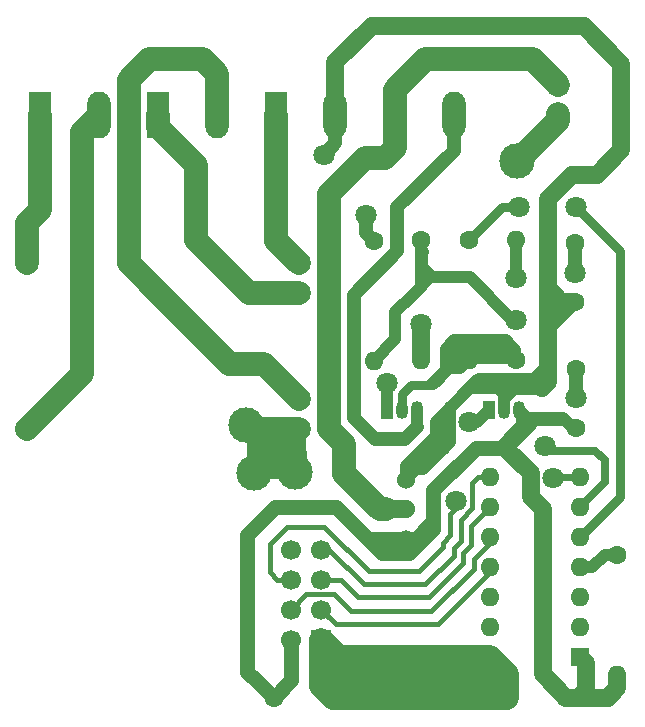
<source format=gtl>
%TF.GenerationSoftware,KiCad,Pcbnew,7.0.1*%
%TF.CreationDate,2023-05-21T03:30:21+02:00*%
%TF.ProjectId,Auto_plant_Backup,4175746f-5f70-46c6-916e-745f4261636b,rev?*%
%TF.SameCoordinates,Original*%
%TF.FileFunction,Copper,L1,Top*%
%TF.FilePolarity,Positive*%
%FSLAX46Y46*%
G04 Gerber Fmt 4.6, Leading zero omitted, Abs format (unit mm)*
G04 Created by KiCad (PCBNEW 7.0.1) date 2023-05-21 03:30:21*
%MOMM*%
%LPD*%
G01*
G04 APERTURE LIST*
%TA.AperFunction,ComponentPad*%
%ADD10R,1.600000X1.600000*%
%TD*%
%TA.AperFunction,ComponentPad*%
%ADD11C,1.600000*%
%TD*%
%TA.AperFunction,ComponentPad*%
%ADD12O,1.980000X3.960000*%
%TD*%
%TA.AperFunction,ComponentPad*%
%ADD13R,1.980000X3.960000*%
%TD*%
%TA.AperFunction,ComponentPad*%
%ADD14O,1.600000X1.600000*%
%TD*%
%TA.AperFunction,ComponentPad*%
%ADD15C,1.524000*%
%TD*%
%TA.AperFunction,ComponentPad*%
%ADD16R,1.700000X1.700000*%
%TD*%
%TA.AperFunction,ComponentPad*%
%ADD17C,1.700000*%
%TD*%
%TA.AperFunction,ComponentPad*%
%ADD18R,1.050000X1.500000*%
%TD*%
%TA.AperFunction,ComponentPad*%
%ADD19O,1.050000X1.500000*%
%TD*%
%TA.AperFunction,ComponentPad*%
%ADD20C,2.000000*%
%TD*%
%TA.AperFunction,ViaPad*%
%ADD21C,3.000000*%
%TD*%
%TA.AperFunction,ViaPad*%
%ADD22C,1.800000*%
%TD*%
%TA.AperFunction,Conductor*%
%ADD23C,1.200000*%
%TD*%
%TA.AperFunction,Conductor*%
%ADD24C,0.800000*%
%TD*%
%TA.AperFunction,Conductor*%
%ADD25C,0.400000*%
%TD*%
%TA.AperFunction,Conductor*%
%ADD26C,2.000000*%
%TD*%
%TA.AperFunction,Conductor*%
%ADD27C,1.000000*%
%TD*%
%TA.AperFunction,Conductor*%
%ADD28C,1.500000*%
%TD*%
%TA.AperFunction,Conductor*%
%ADD29C,1.300000*%
%TD*%
%TA.AperFunction,Conductor*%
%ADD30C,0.700000*%
%TD*%
%TA.AperFunction,Conductor*%
%ADD31C,0.000000*%
%TD*%
%TA.AperFunction,Conductor*%
%ADD32C,1.800000*%
%TD*%
%TA.AperFunction,Conductor*%
%ADD33C,0.200000*%
%TD*%
%TA.AperFunction,Conductor*%
%ADD34C,0.600000*%
%TD*%
G04 APERTURE END LIST*
D10*
%TO.P,22uf,1*%
%TO.N,P_OUT*%
X164800000Y-71117621D03*
D11*
%TO.P,22uf,2*%
%TO.N,GND*%
X164800000Y-73617621D03*
%TD*%
D12*
%TO.P,+,2,Pin_2*%
%TO.N,Net-(J4-Pin_2)*%
X156000000Y-73660000D03*
D13*
%TO.P,+,1,Pin_1*%
%TO.N,P_OUT*%
X151000000Y-73660000D03*
%TD*%
%TO.P,+,1,Pin_1*%
%TO.N,Net-(J3-Pin_2)*%
X141000000Y-73660000D03*
D12*
%TO.P,+,2,Pin_2*%
%TO.N,BAT_V*%
X146000000Y-73660000D03*
%TD*%
%TO.P,+,2,Pin_2*%
%TO.N,Net-(J2-Pin_1)*%
X136000000Y-73660000D03*
D13*
%TO.P,+,1,Pin_1*%
%TO.N,Net-(J3-Pin_1)*%
X131000000Y-73660000D03*
%TD*%
D12*
%TO.P,-,2,Pin_2*%
%TO.N,Net-(J1-Pin_1)*%
X126000000Y-73660000D03*
D13*
%TO.P,-,1,Pin_1*%
%TO.N,Net-(J1-Pin_2)*%
X121000000Y-73660000D03*
%TD*%
D11*
%TO.P,2.7,1*%
%TO.N,BAT_V*%
X149225000Y-84328000D03*
D14*
%TO.P,2.7,2*%
%TO.N,PA1*%
X149225000Y-94488000D03*
%TD*%
D11*
%TO.P,C4,1*%
%TO.N,+3.3V*%
X165517200Y-123037600D03*
%TO.P,C4,2*%
%TO.N,GND*%
X160517200Y-123037600D03*
%TD*%
D15*
%TO.P,SW2,1,A*%
%TO.N,+3.3V*%
X151942800Y-109571800D03*
%TO.P,SW2,2,B*%
%TO.N,P_OUT*%
X151942800Y-107071800D03*
%TO.P,SW2,3,C*%
%TO.N,BAT_V*%
X151942800Y-104571800D03*
%TD*%
D16*
%TO.P,NRF24L01,1,GND*%
%TO.N,GND*%
X144780000Y-118110000D03*
D17*
%TO.P,NRF24L01,2,VCC*%
%TO.N,+3.3V*%
X142240000Y-118110000D03*
%TO.P,NRF24L01,3,CE*%
%TO.N,/CE*%
X144780000Y-115570000D03*
%TO.P,NRF24L01,4,~{CSN}*%
%TO.N,CSN*%
X142240000Y-115570000D03*
%TO.P,NRF24L01,5,SCK*%
%TO.N,/SCK*%
X144780000Y-113030000D03*
%TO.P,NRF24L01,6,MOSI*%
%TO.N,/MOSI*%
X142240000Y-113030000D03*
%TO.P,NRF24L01,7,MISO*%
%TO.N,/MISO*%
X144780000Y-110490000D03*
%TO.P,NRF24L01,IRQ,IRQ*%
%TO.N,unconnected-(U3-IRQ-Pad8)*%
X142240000Y-110490000D03*
%TD*%
D11*
%TO.P,10,1*%
%TO.N,PA1*%
X153238200Y-84277200D03*
D14*
%TO.P,10,2*%
%TO.N,GND*%
X153238200Y-94437200D03*
%TD*%
D11*
%TO.P,C2,1*%
%TO.N,+3.3V*%
X166351600Y-100177600D03*
%TO.P,C2,2*%
%TO.N,GND*%
X166351600Y-95177600D03*
%TD*%
%TO.P,10,1*%
%TO.N,Net-(Q1-B)*%
X161315400Y-94437200D03*
D14*
%TO.P,10,2*%
%TO.N,GND*%
X161315400Y-84277200D03*
%TD*%
D11*
%TO.P,100nf,1*%
%TO.N,+3.3V*%
X140756000Y-123037600D03*
%TO.P,100nf,2*%
%TO.N,GND*%
X145756000Y-123037600D03*
%TD*%
D18*
%TO.P,3.3V,1,GND*%
%TO.N,GND*%
X159004000Y-98701800D03*
D19*
%TO.P,3.3V,2,VI*%
%TO.N,BAT_V*%
X160274000Y-98701800D03*
%TO.P,3.3V,3,VO*%
%TO.N,+3.3V*%
X161544000Y-98701800D03*
%TD*%
D11*
%TO.P,4.7,1*%
%TO.N,Net-(U2-PA2)*%
X157302200Y-84277200D03*
D14*
%TO.P,4.7,2*%
%TO.N,Net-(Q1-B)*%
X157302200Y-94437200D03*
%TD*%
D20*
%TO.P,TP4056,1,VCC_IN*%
%TO.N,Net-(J1-Pin_2)*%
X119897300Y-86250000D03*
%TO.P,TP4056,2,GND*%
%TO.N,Net-(J1-Pin_1)*%
X119897300Y-100250000D03*
%TO.P,TP4056,3,GND*%
%TO.N,Net-(J3-Pin_2)*%
X142897300Y-86250000D03*
%TO.P,TP4056,4,BAT(-)*%
%TO.N,GND*%
X142897300Y-100250000D03*
%TO.P,TP4056,5,BAT(+)*%
%TO.N,Net-(J3-Pin_1)*%
X142897300Y-88790000D03*
%TO.P,TP4056,6,VCC_OUT*%
%TO.N,Net-(J2-Pin_1)*%
X142897300Y-97710000D03*
%TD*%
D11*
%TO.P,10,1*%
%TO.N,RESET*%
X169850000Y-110920000D03*
D14*
%TO.P,10,2*%
%TO.N,+3.3V*%
X169850000Y-121080000D03*
%TD*%
%TO.P,ATtiny84,RESET*%
%TO.N,RESET*%
X166715600Y-111968200D03*
%TO.P,ATtiny84,14*%
%TO.N,GND*%
X159095600Y-119588200D03*
%TO.P,ATtiny84,13*%
%TO.N,N/C*%
X159095600Y-117048200D03*
%TO.P,ATtiny84,12*%
X159095600Y-114508200D03*
%TO.P,ATtiny84,11*%
%TO.N,/CE*%
X159095600Y-111968200D03*
%TO.P,ATtiny84,10*%
%TO.N,CSN*%
X159095600Y-109428200D03*
%TO.P,ATtiny84,9*%
%TO.N,/SCK*%
X159095600Y-106888200D03*
%TO.P,ATtiny84,8*%
%TO.N,/MISO*%
X159095600Y-104348200D03*
%TO.P,ATtiny84,7*%
%TO.N,/MOSI*%
X166715600Y-104348200D03*
%TO.P,ATtiny84,6*%
%TO.N,PA1*%
X166715600Y-106888200D03*
%TO.P,ATtiny84,5*%
%TO.N,Net-(U2-PA2)*%
X166715600Y-109428200D03*
%TO.P,ATtiny84,3*%
%TO.N,N/C*%
X166715600Y-114508200D03*
%TO.P,ATtiny84,2*%
X166715600Y-117048200D03*
D10*
%TO.P,ATtiny84,1*%
%TO.N,+3.3V*%
X166715600Y-119588200D03*
%TD*%
D11*
%TO.P,C1,1*%
%TO.N,BAT_V*%
X166250000Y-89509600D03*
%TO.P,C1,2*%
%TO.N,GND*%
X166250000Y-84509600D03*
%TD*%
D18*
%TO.P,PN2222A,1,E*%
%TO.N,GND*%
X150368000Y-98706200D03*
D19*
%TO.P,PN2222A,2,B*%
%TO.N,Net-(Q1-B)*%
X151638000Y-98706200D03*
%TO.P,PN2222A,3,C*%
%TO.N,Net-(J4-Pin_2)*%
X152908000Y-98706200D03*
%TD*%
D21*
%TO.N,GND*%
X161400000Y-77600000D03*
D22*
%TO.N,BAT_V*%
X148600000Y-82200000D03*
X145000000Y-77100000D03*
%TO.N,PA1*%
X161315400Y-91033600D03*
X163779200Y-101701600D03*
D21*
%TO.N,GND*%
X142570200Y-103886000D03*
D22*
X158100000Y-123050000D03*
D21*
X148250000Y-120100000D03*
D22*
X161315400Y-87477600D03*
X157326900Y-99690662D03*
X166250000Y-87045800D03*
X148300000Y-123050000D03*
X150368000Y-96367600D03*
X166351600Y-97663000D03*
D21*
X138404600Y-99974400D03*
D22*
X153238200Y-91389200D03*
D21*
X139115800Y-103987600D03*
X152200000Y-120100000D03*
X156250000Y-120100000D03*
D22*
%TO.N,Net-(U2-PA2)*%
X166400000Y-81500000D03*
X161500000Y-81500000D03*
%TO.N,/MOSI*%
X164400000Y-104400000D03*
X156200000Y-106400000D03*
%TD*%
D23*
%TO.N,BAT_V*%
X148600000Y-83703000D02*
X149225000Y-84328000D01*
X148600000Y-82200000D02*
X148600000Y-83703000D01*
D24*
%TO.N,Net-(U2-PA2)*%
X170100000Y-85200000D02*
X166400000Y-81500000D01*
X170100000Y-106043800D02*
X170100000Y-85200000D01*
X166715600Y-109428200D02*
X170100000Y-106043800D01*
X161500000Y-81500000D02*
X160079400Y-81500000D01*
X160079400Y-81500000D02*
X157302200Y-84277200D01*
D25*
%TO.N,CSN*%
X143530000Y-114280000D02*
X145900000Y-114280000D01*
X142240000Y-115570000D02*
X143530000Y-114280000D01*
X147320000Y-115700000D02*
X154100000Y-115700000D01*
X145900000Y-114280000D02*
X147320000Y-115700000D01*
X159095600Y-109904400D02*
X159095600Y-109428200D01*
X154100000Y-115700000D02*
X157700000Y-112100000D01*
X157700000Y-111300000D02*
X159095600Y-109904400D01*
X157700000Y-112100000D02*
X157700000Y-111300000D01*
D26*
%TO.N,GND*%
X164800000Y-74200000D02*
X161400000Y-77600000D01*
X164800000Y-73617621D02*
X164800000Y-74200000D01*
D27*
X161400000Y-77600000D02*
X161400000Y-77017621D01*
D26*
%TO.N,P_OUT*%
X162682379Y-69000000D02*
X164800000Y-71117621D01*
X151000000Y-71600000D02*
X153600000Y-69000000D01*
X153600000Y-69000000D02*
X162682379Y-69000000D01*
X151000000Y-73660000D02*
X151000000Y-71600000D01*
D28*
%TO.N,BAT_V*%
X163957000Y-80843000D02*
X163957000Y-85500000D01*
X167000000Y-66200000D02*
X170200000Y-69400000D01*
X149053800Y-66200000D02*
X167000000Y-66200000D01*
X168100000Y-78800000D02*
X166000000Y-78800000D01*
X170200000Y-69400000D02*
X170200000Y-76700000D01*
X170200000Y-76700000D02*
X168100000Y-78800000D01*
X166000000Y-78800000D02*
X163957000Y-80843000D01*
X146000000Y-69253800D02*
X149053800Y-66200000D01*
X146000000Y-73660000D02*
X146000000Y-69253800D01*
D26*
%TO.N,P_OUT*%
X151000000Y-76500000D02*
X151000000Y-73660000D01*
X150200000Y-77300000D02*
X151000000Y-76500000D01*
X148500000Y-77300000D02*
X150200000Y-77300000D01*
X145440400Y-80359600D02*
X148500000Y-77300000D01*
X146761200Y-104063800D02*
X146761200Y-101574600D01*
X149769200Y-107071800D02*
X146761200Y-104063800D01*
X146761200Y-101574600D02*
X145440400Y-100253800D01*
X145440400Y-100253800D02*
X145440400Y-80359600D01*
X150277200Y-107071800D02*
X149769200Y-107071800D01*
D29*
%TO.N,+3.3V*%
X154279600Y-108092200D02*
X152800000Y-109571800D01*
X152800000Y-109571800D02*
X153419800Y-109571800D01*
X151942800Y-109571800D02*
X152800000Y-109571800D01*
X154279600Y-107600000D02*
X154279600Y-108092200D01*
X154279600Y-107600000D02*
X154279600Y-105460800D01*
X154279600Y-108712000D02*
X154279600Y-107600000D01*
X149941400Y-110800000D02*
X151200000Y-110800000D01*
X147470700Y-108329300D02*
X149941400Y-110800000D01*
X147470700Y-108329300D02*
X146050000Y-106908600D01*
X148713200Y-109571800D02*
X147470700Y-108329300D01*
X149400000Y-109571800D02*
X149971800Y-109571800D01*
X151200000Y-110800000D02*
X152200000Y-110800000D01*
X149971800Y-109571800D02*
X151200000Y-110800000D01*
X149400000Y-109571800D02*
X148713200Y-109571800D01*
X151942800Y-109571800D02*
X149400000Y-109571800D01*
X153419800Y-109580200D02*
X152200000Y-110800000D01*
X152200000Y-110800000D02*
X150971800Y-109571800D01*
X150971800Y-109571800D02*
X148713200Y-109571800D01*
X153419800Y-109571800D02*
X153419800Y-109580200D01*
D25*
%TO.N,/CE*%
X159095600Y-112404400D02*
X159095600Y-111968200D01*
X154700000Y-116800000D02*
X159095600Y-112404400D01*
X146010000Y-116800000D02*
X154700000Y-116800000D01*
X144780000Y-115570000D02*
X146010000Y-116800000D01*
%TO.N,/MOSI*%
X141080000Y-113030000D02*
X142240000Y-113030000D01*
X140450000Y-112400000D02*
X141080000Y-113030000D01*
X140450000Y-110000000D02*
X140450000Y-112400000D01*
X141900000Y-108550000D02*
X140450000Y-110000000D01*
X145050000Y-108550000D02*
X141900000Y-108550000D01*
X153100000Y-112300000D02*
X148800000Y-112300000D01*
X155700000Y-109300000D02*
X155100000Y-109900000D01*
X155700000Y-107500000D02*
X155700000Y-109300000D01*
X155100000Y-110300000D02*
X153100000Y-112300000D01*
X148800000Y-112300000D02*
X145050000Y-108550000D01*
X156200000Y-107000000D02*
X155700000Y-107500000D01*
X156200000Y-106400000D02*
X156200000Y-107000000D01*
X155100000Y-109900000D02*
X155100000Y-110300000D01*
%TO.N,/MISO*%
X145490000Y-110490000D02*
X144780000Y-110490000D01*
X148400000Y-113400000D02*
X145490000Y-110490000D01*
X153600000Y-113400000D02*
X148400000Y-113400000D01*
X156000000Y-110400000D02*
X156000000Y-111000000D01*
X156600000Y-107950000D02*
X156600000Y-109800000D01*
X157600000Y-106950000D02*
X156600000Y-107950000D01*
X156000000Y-111000000D02*
X153600000Y-113400000D01*
X157600000Y-104850000D02*
X157600000Y-106950000D01*
X156600000Y-109800000D02*
X156000000Y-110400000D01*
X158101800Y-104348200D02*
X157600000Y-104850000D01*
X159095600Y-104348200D02*
X158101800Y-104348200D01*
%TO.N,/SCK*%
X146430000Y-113030000D02*
X144780000Y-113030000D01*
X147900000Y-114500000D02*
X146430000Y-113030000D01*
X156800000Y-111600000D02*
X153900000Y-114500000D01*
X156800000Y-110800000D02*
X156800000Y-111600000D01*
X157500000Y-108483800D02*
X157500000Y-110100000D01*
X153900000Y-114500000D02*
X147900000Y-114500000D01*
X159095600Y-106888200D02*
X157500000Y-108483800D01*
X157500000Y-110100000D02*
X156800000Y-110800000D01*
D27*
%TO.N,RESET*%
X167731800Y-111968200D02*
X166715600Y-111968200D01*
X168780000Y-110920000D02*
X167731800Y-111968200D01*
X169850000Y-110920000D02*
X168780000Y-110920000D01*
D23*
%TO.N,BAT_V*%
X146000000Y-76100000D02*
X145000000Y-77100000D01*
X146000000Y-73660000D02*
X146000000Y-76100000D01*
D30*
%TO.N,PA1*%
X168008000Y-102108000D02*
X168800000Y-102900000D01*
X164185600Y-102108000D02*
X168008000Y-102108000D01*
X163779200Y-101701600D02*
X164185600Y-102108000D01*
X168800000Y-102900000D02*
X168800000Y-104803800D01*
X168800000Y-104803800D02*
X166715600Y-106888200D01*
D23*
%TO.N,Net-(J4-Pin_2)*%
X156000000Y-76750000D02*
X156000000Y-73660000D01*
X151250000Y-81500000D02*
X156000000Y-76750000D01*
X151250000Y-85250000D02*
X151250000Y-81500000D01*
X147574000Y-88926000D02*
X151250000Y-85250000D01*
X147574000Y-99339400D02*
X147574000Y-88926000D01*
X149377400Y-101142800D02*
X147574000Y-99339400D01*
X151892000Y-101142800D02*
X149377400Y-101142800D01*
X152908000Y-100126800D02*
X151892000Y-101142800D01*
%TO.N,GND*%
X166351600Y-95177600D02*
X166351600Y-97663000D01*
D27*
%TO.N,BAT_V*%
X160274000Y-97298000D02*
X159750000Y-96774000D01*
X160274000Y-97584200D02*
X160274000Y-97298000D01*
X159750000Y-96774000D02*
X158470600Y-96774000D01*
X161213800Y-96774000D02*
X159750000Y-96774000D01*
D23*
X161213800Y-96774000D02*
X163449000Y-96774000D01*
D27*
X161084200Y-96774000D02*
X160274000Y-97584200D01*
X163449000Y-96774000D02*
X161084200Y-96774000D01*
D28*
X163957000Y-96266000D02*
X163449000Y-96774000D01*
X163957000Y-88347970D02*
X163957000Y-96266000D01*
X163957000Y-85500000D02*
X163957000Y-96266000D01*
X163957000Y-86715600D02*
X163957000Y-85500000D01*
D23*
X163957000Y-91802600D02*
X166250000Y-89509600D01*
X163957000Y-94945200D02*
X163957000Y-91802600D01*
D28*
X165118630Y-89509600D02*
X166250000Y-89509600D01*
X163957000Y-88347970D02*
X165118630Y-89509600D01*
X163957000Y-86715600D02*
X163957000Y-88347970D01*
D26*
%TO.N,Net-(J3-Pin_2)*%
X141000000Y-84352700D02*
X142897300Y-86250000D01*
X141000000Y-84352700D02*
X141000000Y-73660000D01*
%TO.N,Net-(J2-Pin_1)*%
X136000000Y-70250000D02*
X136000000Y-73660000D01*
X130250000Y-69000000D02*
X134750000Y-69000000D01*
X128500000Y-70750000D02*
X130250000Y-69000000D01*
X129930635Y-87680635D02*
X128500000Y-86250000D01*
X128500000Y-86250000D02*
X128500000Y-70750000D01*
X134750000Y-69000000D02*
X136000000Y-70250000D01*
X137000000Y-94750000D02*
X129930635Y-87680635D01*
%TO.N,Net-(J3-Pin_1)*%
X134192000Y-77942000D02*
X131000000Y-74750000D01*
X131000000Y-74750000D02*
X131000000Y-73660000D01*
%TO.N,Net-(J2-Pin_1)*%
X139937300Y-94750000D02*
X137000000Y-94750000D01*
X142897300Y-97710000D02*
X139937300Y-94750000D01*
%TO.N,Net-(J1-Pin_1)*%
X124500000Y-95647300D02*
X119897300Y-100250000D01*
X124500000Y-75160000D02*
X124500000Y-95647300D01*
X126000000Y-73660000D02*
X124500000Y-75160000D01*
%TO.N,Net-(J1-Pin_2)*%
X119897300Y-82852700D02*
X121000000Y-81750000D01*
X121000000Y-81750000D02*
X121000000Y-73660000D01*
X119897300Y-86250000D02*
X119897300Y-82852700D01*
%TO.N,Net-(J3-Pin_1)*%
X134192000Y-84264900D02*
X134192000Y-77942000D01*
X138717100Y-88790000D02*
X134192000Y-84264900D01*
X142897300Y-88790000D02*
X138717100Y-88790000D01*
D31*
%TO.N,RESET*%
X166817400Y-112070000D02*
X166715600Y-111968200D01*
D23*
%TO.N,BAT_V*%
X162788600Y-96113600D02*
X162737800Y-96164400D01*
D27*
X160274000Y-97050800D02*
X160274000Y-97584200D01*
X155727400Y-99517200D02*
X155727400Y-101396800D01*
X157403800Y-96774000D02*
X155867100Y-98310700D01*
X155168600Y-99009200D02*
X155168600Y-100380800D01*
X160274000Y-97584200D02*
X160403600Y-97584200D01*
X154520900Y-99656900D02*
X154520900Y-100876100D01*
X160274000Y-98701800D02*
X160274000Y-97050800D01*
X154520900Y-100876100D02*
X151942800Y-103454200D01*
X155168600Y-99009200D02*
X158013400Y-96164400D01*
X155168600Y-100380800D02*
X155168600Y-100076000D01*
D28*
X163957000Y-87731600D02*
X163957000Y-88493600D01*
D27*
X155168600Y-100228400D02*
X154520900Y-100876100D01*
X157403800Y-96774000D02*
X154520900Y-99656900D01*
D28*
X164160200Y-89509600D02*
X166014400Y-89509600D01*
D27*
X158470600Y-96774000D02*
X157403800Y-96774000D01*
D23*
X162788600Y-96113600D02*
X162128200Y-96774000D01*
D28*
X163957000Y-89712800D02*
X163957000Y-90881200D01*
X166014400Y-89509600D02*
X164973000Y-89509600D01*
D27*
X155168600Y-100380800D02*
X155168600Y-101346000D01*
D28*
X163957000Y-90881200D02*
X163957000Y-94945200D01*
X166014400Y-89509600D02*
X164642800Y-90881200D01*
D27*
X155727400Y-101396800D02*
X153441400Y-103682800D01*
X155168600Y-101346000D02*
X152831800Y-103682800D01*
D28*
X163957000Y-88493600D02*
X163957000Y-89712800D01*
D27*
X155727400Y-98450400D02*
X155867100Y-98310700D01*
D28*
X164973000Y-89509600D02*
X163957000Y-88493600D01*
D27*
X155168600Y-100076000D02*
X155727400Y-99517200D01*
D23*
X162737800Y-96164400D02*
X158165800Y-96164400D01*
D27*
X155727400Y-99517200D02*
X155727400Y-98450400D01*
X155168600Y-100380800D02*
X155168600Y-101955600D01*
D28*
X163957000Y-94945200D02*
X163957000Y-96266000D01*
D27*
X152831800Y-103682800D02*
X151942800Y-104571800D01*
X160655000Y-96669800D02*
X160274000Y-97050800D01*
D23*
X162128200Y-96774000D02*
X161213800Y-96774000D01*
D28*
X163957000Y-89712800D02*
X164160200Y-89509600D01*
D27*
X155867100Y-98310700D02*
X155168600Y-99009200D01*
D28*
X163957000Y-86715600D02*
X163957000Y-87731600D01*
D27*
X151942800Y-103454200D02*
X151942800Y-104571800D01*
D28*
X164642800Y-90881200D02*
X163957000Y-90881200D01*
D27*
X160403600Y-97584200D02*
X161213800Y-96774000D01*
D23*
X163957000Y-94945200D02*
X162788600Y-96113600D01*
D27*
X153441400Y-103682800D02*
X152831800Y-103682800D01*
X155168600Y-100076000D02*
X155168600Y-100228400D01*
X158013400Y-96164400D02*
X158165800Y-96164400D01*
D28*
%TO.N,P_OUT*%
X150277200Y-107071800D02*
X151942800Y-107071800D01*
D32*
X150277200Y-107071800D02*
X150266400Y-107061000D01*
D27*
%TO.N,Net-(J4-Pin_2)*%
X152908000Y-100126800D02*
X152908000Y-98706200D01*
%TO.N,PA1*%
X152577800Y-88900000D02*
X153289000Y-88188800D01*
X154178000Y-87452200D02*
X154889200Y-87452200D01*
X154178000Y-87452200D02*
X153238200Y-86512400D01*
X151079200Y-90398600D02*
X152577800Y-88900000D01*
X157359128Y-87452200D02*
X154889200Y-87452200D01*
X153238200Y-87452200D02*
X154178000Y-87452200D01*
X153238200Y-87452200D02*
X153238200Y-84277200D01*
X153238200Y-88138000D02*
X153238200Y-87452200D01*
X153289000Y-85445600D02*
X153416000Y-85318600D01*
X153238200Y-88138000D02*
X153238200Y-84277200D01*
X151079200Y-92633800D02*
X151079200Y-90398600D01*
X153289000Y-88188800D02*
X153238200Y-88138000D01*
X153238200Y-86512400D02*
X153238200Y-84277200D01*
X160940528Y-91033600D02*
X157359128Y-87452200D01*
X154889200Y-87452200D02*
X154025600Y-87452200D01*
X153289000Y-88188800D02*
X153289000Y-85445600D01*
X154025600Y-87452200D02*
X152577800Y-88900000D01*
X161315400Y-91033600D02*
X160940528Y-91033600D01*
X149225000Y-94488000D02*
X151079200Y-92633800D01*
D26*
%TO.N,GND*%
X145756000Y-123037600D02*
X160517200Y-123037600D01*
X138680200Y-100250000D02*
X140919200Y-100250000D01*
X156300000Y-121250000D02*
X158100000Y-123050000D01*
X158100000Y-123050000D02*
X158100000Y-120583800D01*
X156000000Y-119850000D02*
X156250000Y-120100000D01*
X140919200Y-100673200D02*
X140919200Y-102184200D01*
X158100000Y-120583800D02*
X159095600Y-119588200D01*
X148300000Y-123050000D02*
X153300000Y-123050000D01*
X160504800Y-123050000D02*
X160517200Y-123037600D01*
X148300000Y-120400000D02*
X148300000Y-123050000D01*
X148300000Y-120400000D02*
X149150000Y-121250000D01*
X142430200Y-100673200D02*
X142853400Y-100250000D01*
X160517200Y-121009800D02*
X159095600Y-119588200D01*
X142570200Y-103886000D02*
X142570200Y-102324200D01*
X144780000Y-118110000D02*
X146258200Y-119588200D01*
X156250000Y-120100000D02*
X148250000Y-120100000D01*
X160517200Y-123037600D02*
X160517200Y-121009800D01*
X156250000Y-120100000D02*
X156250000Y-121200000D01*
D23*
X139115800Y-100685600D02*
X138404600Y-99974400D01*
D26*
X146781800Y-119588200D02*
X159095600Y-119588200D01*
D23*
X139115800Y-103987600D02*
X139115800Y-100685600D01*
D27*
X158015138Y-99690662D02*
X159004000Y-98701800D01*
D23*
X139115800Y-103987600D02*
X139115800Y-102053400D01*
D26*
X158112400Y-123037600D02*
X160517200Y-123037600D01*
D23*
X166250000Y-84509600D02*
X166250000Y-87045800D01*
D28*
X153238200Y-91389200D02*
X153238200Y-94437200D01*
D26*
X156250000Y-121200000D02*
X158100000Y-123050000D01*
X148300000Y-120400000D02*
X147750000Y-119850000D01*
X160517200Y-123037600D02*
X158100000Y-120620400D01*
X146258200Y-119588200D02*
X159095600Y-119588200D01*
D23*
X142853400Y-100250000D02*
X139115800Y-103987600D01*
X138404600Y-99974400D02*
X142621700Y-99974400D01*
D26*
X144780000Y-122061600D02*
X145756000Y-123037600D01*
X145756000Y-122344000D02*
X145756000Y-123037600D01*
X148300000Y-120400000D02*
X148850000Y-119850000D01*
D23*
X139115800Y-100685600D02*
X138680200Y-100250000D01*
D26*
X148850000Y-119850000D02*
X156000000Y-119850000D01*
D23*
X138680200Y-100250000D02*
X138404600Y-99974400D01*
D27*
X150368000Y-96367600D02*
X150368000Y-98706200D01*
D23*
X142621700Y-99974400D02*
X142897300Y-100250000D01*
D27*
X153238200Y-94307600D02*
X153416000Y-94485400D01*
X161315400Y-87477600D02*
X161315400Y-84277200D01*
D26*
X144780000Y-118110000D02*
X144780000Y-122061600D01*
X146520000Y-119850000D02*
X146781800Y-119588200D01*
X149111800Y-119588200D02*
X159095600Y-119588200D01*
D23*
X139217400Y-103886000D02*
X139115800Y-103987600D01*
D26*
X147700000Y-120400000D02*
X145756000Y-122344000D01*
X140919200Y-100673200D02*
X142430200Y-100673200D01*
X142570200Y-102324200D02*
X140919200Y-100673200D01*
D23*
X142570200Y-103886000D02*
X142853400Y-103602800D01*
D26*
X148300000Y-120400000D02*
X149111800Y-119588200D01*
X145768400Y-123050000D02*
X145756000Y-123037600D01*
X145756000Y-120614000D02*
X146520000Y-119850000D01*
X140919200Y-100673200D02*
X140919200Y-100250000D01*
X146520000Y-119850000D02*
X144780000Y-118110000D01*
D23*
X139115800Y-102053400D02*
X140919200Y-100250000D01*
X142897300Y-103558900D02*
X142570200Y-103886000D01*
D26*
X148300000Y-123050000D02*
X145768400Y-123050000D01*
D23*
X142897300Y-100250000D02*
X142897300Y-103558900D01*
D26*
X156250000Y-120100000D02*
X158583800Y-120100000D01*
X148300000Y-123050000D02*
X160504800Y-123050000D01*
X158100000Y-120620400D02*
X158100000Y-120583800D01*
X158100000Y-123050000D02*
X158112400Y-123037600D01*
D23*
X142853400Y-103602800D02*
X142853400Y-100250000D01*
D26*
X147750000Y-119850000D02*
X146520000Y-119850000D01*
X148300000Y-120400000D02*
X147700000Y-120400000D01*
X140919200Y-102184200D02*
X139115800Y-103987600D01*
X149150000Y-121250000D02*
X156300000Y-121250000D01*
X153300000Y-123050000D02*
X156250000Y-120100000D01*
X158100000Y-123050000D02*
X148300000Y-123050000D01*
X158583800Y-120100000D02*
X159095600Y-119588200D01*
X145756000Y-123037600D02*
X145756000Y-120614000D01*
D27*
X157326900Y-99690662D02*
X158015138Y-99690662D01*
D26*
X140919200Y-102184200D02*
X140919200Y-100250000D01*
D23*
X142570200Y-103886000D02*
X139217400Y-103886000D01*
D26*
X140919200Y-100250000D02*
X142853400Y-100250000D01*
D24*
%TO.N,Net-(U2-PA2)*%
X169265600Y-106878200D02*
X166715600Y-109428200D01*
D30*
%TO.N,Net-(Q1-B)*%
X155625800Y-93929200D02*
X156210000Y-93345000D01*
D24*
X160451800Y-93268800D02*
X160451800Y-93573600D01*
X155625800Y-94742000D02*
X155930600Y-94437200D01*
D30*
X158419800Y-93878400D02*
X157861000Y-94437200D01*
X158419800Y-93878400D02*
X158242000Y-93700600D01*
D24*
X152425400Y-96570800D02*
X153593800Y-96570800D01*
D30*
X160604200Y-94437200D02*
X160045400Y-93878400D01*
D24*
X151638000Y-97358200D02*
X152425400Y-96570800D01*
X157022800Y-93345000D02*
X157200600Y-93345000D01*
X160451800Y-92608400D02*
X161315400Y-93472000D01*
X155625800Y-95199200D02*
X155625800Y-94742000D01*
X154559000Y-96266000D02*
X155625800Y-95199200D01*
D30*
X161315400Y-94437200D02*
X157302200Y-94437200D01*
X161315400Y-94437200D02*
X161594800Y-94437200D01*
D24*
X155168600Y-95199200D02*
X155168600Y-93421200D01*
D30*
X156565600Y-93700600D02*
X156210000Y-93345000D01*
D24*
X156540200Y-95199200D02*
X157302200Y-94437200D01*
X154559000Y-96266000D02*
X155168600Y-95656400D01*
X160451800Y-92608400D02*
X160451800Y-93268800D01*
X155168600Y-95199200D02*
X153797000Y-96570800D01*
D30*
X156210000Y-93345000D02*
X157200600Y-93345000D01*
X158242000Y-93700600D02*
X156565600Y-93700600D01*
D24*
X155625800Y-95199200D02*
X156540200Y-95199200D01*
X155727400Y-92862400D02*
X155981400Y-92608400D01*
X160451800Y-93573600D02*
X161315400Y-94437200D01*
X154254200Y-96570800D02*
X154559000Y-96266000D01*
X155168600Y-95199200D02*
X155625800Y-94742000D01*
D30*
X157302200Y-94437200D02*
X156565600Y-93700600D01*
X160375600Y-93345000D02*
X160451800Y-93268800D01*
D24*
X155168600Y-93421200D02*
X155727400Y-92862400D01*
D30*
X160045400Y-93878400D02*
X158419800Y-93878400D01*
X157200600Y-93345000D02*
X160375600Y-93345000D01*
X157861000Y-94437200D02*
X157302200Y-94437200D01*
X156210000Y-93345000D02*
X155727400Y-92862400D01*
D24*
X161315400Y-93472000D02*
X161315400Y-94437200D01*
X153593800Y-96570800D02*
X154254200Y-96570800D01*
X155930600Y-94437200D02*
X157302200Y-94437200D01*
X155625800Y-94742000D02*
X157022800Y-93345000D01*
X155981400Y-92608400D02*
X160451800Y-92608400D01*
X151638000Y-98706200D02*
X151638000Y-97358200D01*
D30*
X161315400Y-94437200D02*
X160604200Y-94437200D01*
D24*
X153797000Y-96570800D02*
X153593800Y-96570800D01*
X155168600Y-95656400D02*
X155168600Y-95199200D01*
D28*
%TO.N,+3.3V*%
X165517200Y-123037600D02*
X169042400Y-123037600D01*
D27*
X165441600Y-99503200D02*
X162345400Y-99503200D01*
D29*
X142240000Y-118110000D02*
X142240000Y-121553600D01*
X159004000Y-101854000D02*
X159994600Y-101854000D01*
D28*
X166487600Y-123037600D02*
X165517200Y-123037600D01*
D27*
X160985200Y-100863400D02*
X162509200Y-99339400D01*
D28*
X160375600Y-101854000D02*
X162521600Y-104000000D01*
X166550000Y-123100000D02*
X166487600Y-123037600D01*
D29*
X140919200Y-106908600D02*
X138550000Y-109277800D01*
X162345400Y-99884200D02*
X162345400Y-99503200D01*
D27*
X161823400Y-100025200D02*
X161823400Y-98981200D01*
D28*
X169042400Y-123037600D02*
X169850000Y-122230000D01*
D29*
X146050000Y-106908600D02*
X140919200Y-106908600D01*
X159004000Y-101854000D02*
X160375600Y-101854000D01*
D28*
X167250000Y-120122600D02*
X167250000Y-122400000D01*
D29*
X138550000Y-120831600D02*
X138550000Y-109277800D01*
X153419800Y-109571800D02*
X154279600Y-108712000D01*
X139359200Y-121640800D02*
X138550000Y-120831600D01*
X142240000Y-121553600D02*
X140756000Y-123037600D01*
D27*
X166116000Y-100177600D02*
X165441600Y-99503200D01*
X161544000Y-100863400D02*
X163068000Y-99339400D01*
X162345400Y-99503200D02*
X161544000Y-98701800D01*
D29*
X140756000Y-123037600D02*
X139359200Y-121640800D01*
X154279600Y-105460800D02*
X157886400Y-101854000D01*
D27*
X161823400Y-100025200D02*
X160985200Y-100863400D01*
X166116000Y-100177600D02*
X165277800Y-99339400D01*
D33*
X138550000Y-120831600D02*
X138550000Y-120400000D01*
D29*
X159994600Y-101854000D02*
X161823400Y-100025200D01*
D28*
X162521600Y-106071600D02*
X163550000Y-107100000D01*
X166715600Y-119588200D02*
X167250000Y-120122600D01*
D29*
X138550000Y-109277800D02*
X138550000Y-118700000D01*
D28*
X163550000Y-107100000D02*
X163550000Y-121070400D01*
D27*
X165277800Y-99339400D02*
X163068000Y-99339400D01*
D28*
X167250000Y-122400000D02*
X166550000Y-123100000D01*
X162521600Y-104000000D02*
X162521600Y-106071600D01*
X169850000Y-122230000D02*
X169850000Y-121080000D01*
D29*
X157886400Y-101854000D02*
X159004000Y-101854000D01*
D27*
X161823400Y-98981200D02*
X161544000Y-98701800D01*
X162509200Y-99339400D02*
X163068000Y-99339400D01*
D29*
X138550000Y-118700000D02*
X138550000Y-120400000D01*
X160375600Y-101854000D02*
X162345400Y-99884200D01*
D27*
X162345400Y-99503200D02*
X161823400Y-100025200D01*
D28*
X165517200Y-123037600D02*
X163550000Y-121070400D01*
D33*
%TO.N,/SCK*%
X144780000Y-113030000D02*
X145110200Y-113030000D01*
%TO.N,/MOSI*%
X164451800Y-104348200D02*
X164400000Y-104400000D01*
D34*
X166715600Y-104348200D02*
X164451800Y-104348200D01*
D33*
%TO.N,/MISO*%
X144780000Y-110490000D02*
X144780000Y-111023400D01*
D27*
X159207200Y-104442200D02*
X159235200Y-104470200D01*
D33*
%TO.N,CSN*%
X142240000Y-115570000D02*
X142240000Y-115310000D01*
%TD*%
M02*

</source>
